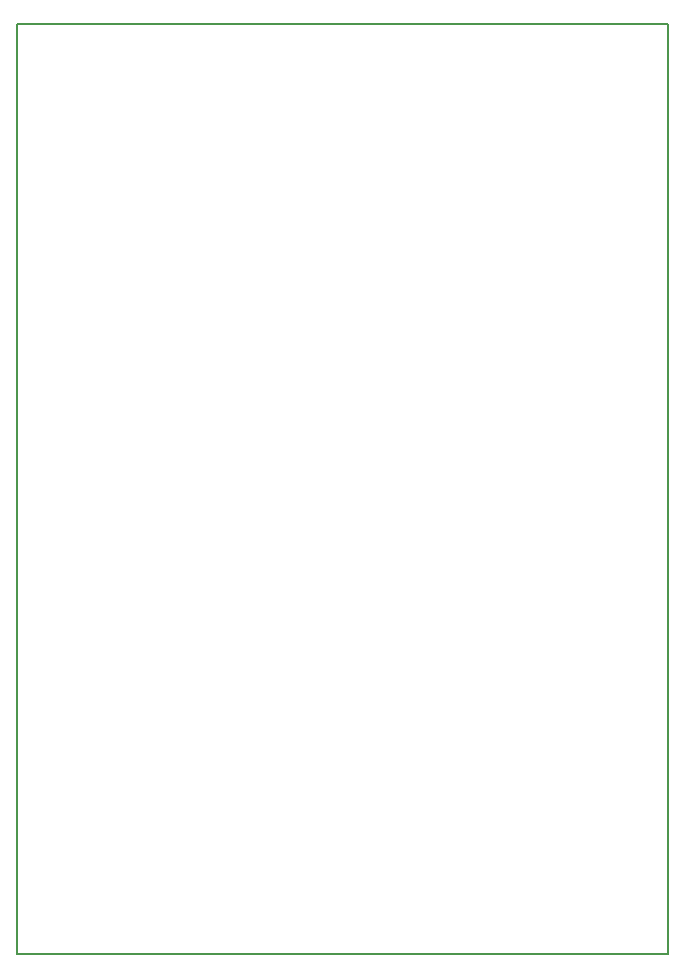
<source format=gm1>
G04 #@! TF.GenerationSoftware,KiCad,Pcbnew,5.0.2+dfsg1-1~bpo9+1*
G04 #@! TF.CreationDate,2020-01-22T15:14:46+01:00*
G04 #@! TF.ProjectId,MOTOR_BOARD_I2C,4d4f544f-525f-4424-9f41-52445f493243,rev?*
G04 #@! TF.SameCoordinates,Original*
G04 #@! TF.FileFunction,Profile,NP*
%FSLAX46Y46*%
G04 Gerber Fmt 4.6, Leading zero omitted, Abs format (unit mm)*
G04 Created by KiCad (PCBNEW 5.0.2+dfsg1-1~bpo9+1) date mer. 22 janv. 2020 15:14:46 CET*
%MOMM*%
%LPD*%
G01*
G04 APERTURE LIST*
%ADD10C,0.150000*%
G04 APERTURE END LIST*
D10*
X172593000Y-17526000D02*
X172720000Y-17526000D01*
X172593000Y-96266000D02*
X172593000Y-17526000D01*
X227711000Y-96266000D02*
X172593000Y-96266000D01*
X227711000Y-17526000D02*
X227711000Y-96266000D01*
X172720000Y-17526000D02*
X227711000Y-17526000D01*
M02*

</source>
